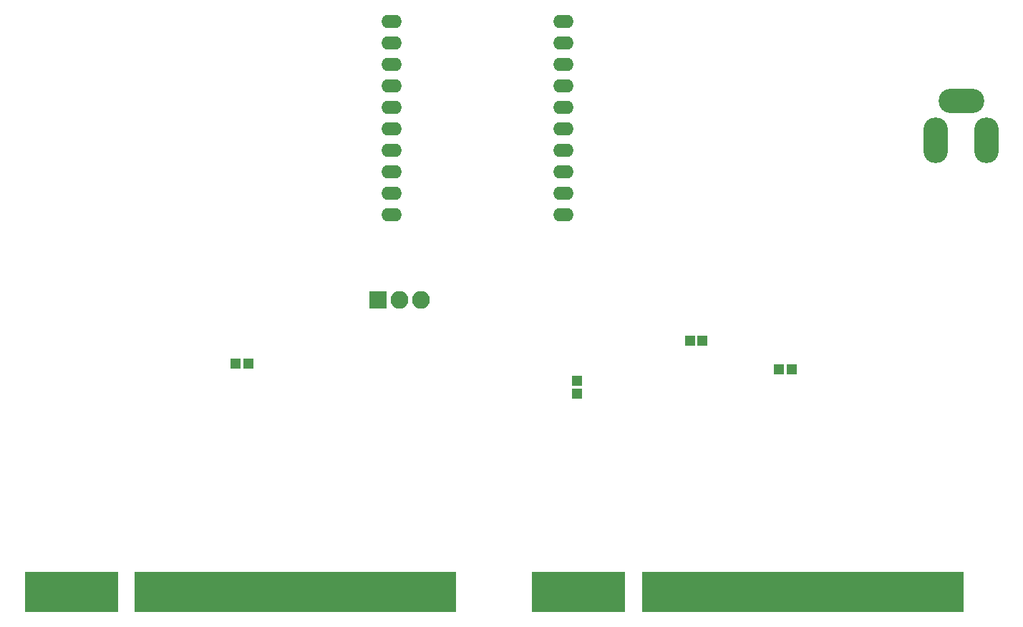
<source format=gbr>
G04 #@! TF.GenerationSoftware,KiCad,Pcbnew,(5.0.0)*
G04 #@! TF.CreationDate,2018-10-29T19:26:44-07:00*
G04 #@! TF.ProjectId,tester_v2,7465737465725F76322E6B696361645F,rev?*
G04 #@! TF.SameCoordinates,Original*
G04 #@! TF.FileFunction,Soldermask,Bot*
G04 #@! TF.FilePolarity,Negative*
%FSLAX46Y46*%
G04 Gerber Fmt 4.6, Leading zero omitted, Abs format (unit mm)*
G04 Created by KiCad (PCBNEW (5.0.0)) date 10/29/18 19:26:44*
%MOMM*%
%LPD*%
G01*
G04 APERTURE LIST*
%ADD10O,2.400000X1.600000*%
%ADD11R,1.200000X1.150000*%
%ADD12O,2.900000X5.400000*%
%ADD13O,5.400000X2.900000*%
%ADD14O,2.100000X2.100000*%
%ADD15R,2.100000X2.100000*%
%ADD16R,1.100000X4.800000*%
%ADD17R,1.150000X1.200000*%
G04 APERTURE END LIST*
D10*
G04 #@! TO.C,A1*
X145160000Y-68570000D03*
X124840000Y-68570000D03*
X145160000Y-71110000D03*
X124840000Y-71110000D03*
X145160000Y-73650000D03*
X124840000Y-73650000D03*
X145160000Y-76190000D03*
X124840000Y-76190000D03*
X145160000Y-78730000D03*
X124840000Y-78730000D03*
X145160000Y-81270000D03*
X124840000Y-81270000D03*
X145160000Y-83810000D03*
X124840000Y-83810000D03*
X145160000Y-86350000D03*
X124840000Y-86350000D03*
X145160000Y-88890000D03*
X124840000Y-88890000D03*
X145160000Y-91430000D03*
X124840000Y-91430000D03*
G04 #@! TD*
D11*
G04 #@! TO.C,C6*
X170700000Y-109700000D03*
X172200000Y-109700000D03*
G04 #@! TD*
G04 #@! TO.C,C7*
X161650000Y-106300000D03*
X160150000Y-106300000D03*
G04 #@! TD*
D12*
G04 #@! TO.C,J1*
X189250000Y-82600000D03*
X195250000Y-82600000D03*
D13*
X192250000Y-77900000D03*
G04 #@! TD*
D14*
G04 #@! TO.C,J2*
X128330000Y-101450000D03*
X125790000Y-101450000D03*
D15*
X123250000Y-101450000D03*
G04 #@! TD*
D16*
G04 #@! TO.C,P1*
X82000000Y-136000000D03*
X83000000Y-136000000D03*
X84000000Y-136000000D03*
X85000000Y-136000000D03*
X86000000Y-136000000D03*
X87000000Y-136000000D03*
X88000000Y-136000000D03*
X89000000Y-136000000D03*
X90000000Y-136000000D03*
X91000000Y-136000000D03*
X92000000Y-136000000D03*
X95000000Y-136000000D03*
X96000000Y-136000000D03*
X97000000Y-136000000D03*
X98000000Y-136000000D03*
X99000000Y-136000000D03*
X100000000Y-136000000D03*
X101000000Y-136000000D03*
X102000000Y-136000000D03*
X103000000Y-136000000D03*
X104000000Y-136000000D03*
X105000000Y-136000000D03*
X106000000Y-136000000D03*
X107000000Y-136000000D03*
X108000000Y-136000000D03*
X109000000Y-136000000D03*
X110000000Y-136000000D03*
X111000000Y-136000000D03*
X112000000Y-136000000D03*
X113000000Y-136000000D03*
X114000000Y-136000000D03*
X115000000Y-136000000D03*
X116000000Y-136000000D03*
X117000000Y-136000000D03*
X118000000Y-136000000D03*
X119000000Y-136000000D03*
X120000000Y-136000000D03*
X121000000Y-136000000D03*
X122000000Y-136000000D03*
X123000000Y-136000000D03*
X124000000Y-136000000D03*
X125000000Y-136000000D03*
X126000000Y-136000000D03*
X127000000Y-136000000D03*
X128000000Y-136000000D03*
X129000000Y-136000000D03*
X130000000Y-136000000D03*
X131000000Y-136000000D03*
X132000000Y-136000000D03*
X142000000Y-136000000D03*
X155000000Y-136000000D03*
X143000000Y-136000000D03*
X144000000Y-136000000D03*
X145000000Y-136000000D03*
X146000000Y-136000000D03*
X147000000Y-136000000D03*
X148000000Y-136000000D03*
X149000000Y-136000000D03*
X150000000Y-136000000D03*
X151000000Y-136000000D03*
X152000000Y-136000000D03*
X156000000Y-136000000D03*
X157000000Y-136000000D03*
X158000000Y-136000000D03*
X159000000Y-136000000D03*
X160000000Y-136000000D03*
X161000000Y-136000000D03*
X162000000Y-136000000D03*
X163000000Y-136000000D03*
X164000000Y-136000000D03*
X165000000Y-136000000D03*
X166000000Y-136000000D03*
X167000000Y-136000000D03*
X168000000Y-136000000D03*
X169000000Y-136000000D03*
X170000000Y-136000000D03*
X171000000Y-136000000D03*
X172000000Y-136000000D03*
X173000000Y-136000000D03*
X174000000Y-136000000D03*
X175000000Y-136000000D03*
X176000000Y-136000000D03*
X177000000Y-136000000D03*
X178000000Y-136000000D03*
X179000000Y-136000000D03*
X180000000Y-136000000D03*
X181000000Y-136000000D03*
X182000000Y-136000000D03*
X183000000Y-136000000D03*
X184000000Y-136000000D03*
X185000000Y-136000000D03*
X186000000Y-136000000D03*
X187000000Y-136000000D03*
X188000000Y-136000000D03*
X189000000Y-136000000D03*
X190000000Y-136000000D03*
X191000000Y-136000000D03*
X192000000Y-136000000D03*
G04 #@! TD*
D11*
G04 #@! TO.C,C9*
X106450000Y-109050000D03*
X107950000Y-109050000D03*
G04 #@! TD*
D17*
G04 #@! TO.C,C10*
X146800000Y-112550000D03*
X146800000Y-111050000D03*
G04 #@! TD*
M02*

</source>
